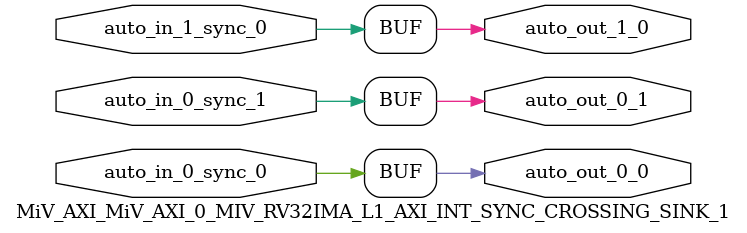
<source format=v>
`ifndef RANDOMIZE_REG_INIT 
	 `define RANDOMIZE_REG_INIT 
 `endif
`ifndef RANDOMIZE_MEM_INIT 
	 `define RANDOMIZE_MEM_INIT 
 `endif
`ifndef RANDOMIZE 
	 `define RANDOMIZE 
`endif

`timescale 1ns/10ps
module MiV_AXI_MiV_AXI_0_MIV_RV32IMA_L1_AXI_INT_SYNC_CROSSING_SINK_1( // @[:freechips.rocketchip.system.MivRV32ImaL1AhbConfig.fir@107102.2]
  input   auto_in_1_sync_0, // @[:freechips.rocketchip.system.MivRV32ImaL1AhbConfig.fir@107105.4]
  input   auto_in_0_sync_0, // @[:freechips.rocketchip.system.MivRV32ImaL1AhbConfig.fir@107105.4]
  input   auto_in_0_sync_1, // @[:freechips.rocketchip.system.MivRV32ImaL1AhbConfig.fir@107105.4]
  output  auto_out_1_0, // @[:freechips.rocketchip.system.MivRV32ImaL1AhbConfig.fir@107105.4]
  output  auto_out_0_0, // @[:freechips.rocketchip.system.MivRV32ImaL1AhbConfig.fir@107105.4]
  output  auto_out_0_1 // @[:freechips.rocketchip.system.MivRV32ImaL1AhbConfig.fir@107105.4]
);
  assign auto_out_1_0 = auto_in_1_sync_0;
  assign auto_out_0_0 = auto_in_0_sync_0;
  assign auto_out_0_1 = auto_in_0_sync_1;
endmodule

</source>
